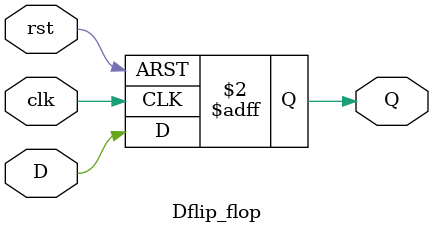
<source format=v>
module Dflip_flop (
    input  wire clk, rst, D,
    output reg  Q
);
    always @(posedge clk or posedge rst) begin
        if (rst)
            Q <= 1'b0;   // Reset
        else
            Q <= D;      // Capture D at clock edge
    end
endmodule
</source>
